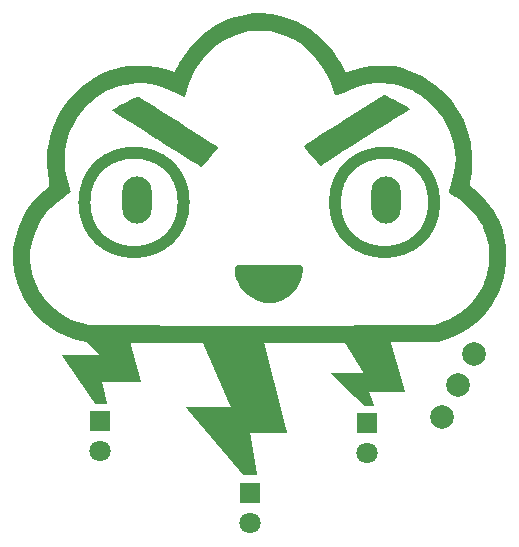
<source format=gbr>
%TF.GenerationSoftware,KiCad,Pcbnew,(6.0.4)*%
%TF.CreationDate,2024-01-19T14:59:17-08:00*%
%TF.ProjectId,StormCloud,53746f72-6d43-46c6-9f75-642e6b696361,rev?*%
%TF.SameCoordinates,Original*%
%TF.FileFunction,Copper,L1,Top*%
%TF.FilePolarity,Positive*%
%FSLAX46Y46*%
G04 Gerber Fmt 4.6, Leading zero omitted, Abs format (unit mm)*
G04 Created by KiCad (PCBNEW (6.0.4)) date 2024-01-19 14:59:17*
%MOMM*%
%LPD*%
G01*
G04 APERTURE LIST*
%TA.AperFunction,NonConductor*%
%ADD10C,1.016000*%
%TD*%
%TA.AperFunction,NonConductor*%
%ADD11C,0.100000*%
%TD*%
%TA.AperFunction,ComponentPad*%
%ADD12R,1.800000X1.800000*%
%TD*%
%TA.AperFunction,ComponentPad*%
%ADD13C,1.800000*%
%TD*%
%TA.AperFunction,ComponentPad*%
%ADD14O,2.500000X4.000000*%
%TD*%
%TA.AperFunction,ComponentPad*%
%ADD15C,2.000000*%
%TD*%
G04 APERTURE END LIST*
D10*
X129554955Y-93517000D02*
G75*
G03*
X129554955Y-93517000I-4204955J0D01*
G01*
D11*
G36*
X127001000Y-109519000D02*
G01*
X123953000Y-109519000D01*
X124334000Y-110662000D01*
X123629867Y-110662000D01*
X120778000Y-107995000D01*
X123572000Y-107995000D01*
X121794000Y-105074000D01*
X125731000Y-105074000D01*
X127001000Y-109519000D01*
G37*
X127001000Y-109519000D02*
X123953000Y-109519000D01*
X124334000Y-110662000D01*
X123629867Y-110662000D01*
X120778000Y-107995000D01*
X123572000Y-107995000D01*
X121794000Y-105074000D01*
X125731000Y-105074000D01*
X127001000Y-109519000D01*
D10*
X108345955Y-93517000D02*
G75*
G03*
X108345955Y-93517000I-4204955J0D01*
G01*
D11*
G36*
X117035032Y-112967780D02*
G01*
X113860032Y-112967780D01*
X114495032Y-116523780D01*
X113352032Y-116523780D01*
X108526032Y-110808780D01*
X112336032Y-110808780D01*
X109796032Y-104966780D01*
X115003032Y-104966780D01*
X117035032Y-112967780D01*
G37*
X117035032Y-112967780D02*
X113860032Y-112967780D01*
X114495032Y-116523780D01*
X113352032Y-116523780D01*
X108526032Y-110808780D01*
X112336032Y-110808780D01*
X109796032Y-104966780D01*
X115003032Y-104966780D01*
X117035032Y-112967780D01*
G36*
X103583714Y-104668414D02*
G01*
X104649000Y-108630000D01*
X101347000Y-108630000D01*
X101728000Y-110535000D01*
X100839000Y-110535000D01*
X98045000Y-106471000D01*
X101220000Y-106471000D01*
X99392714Y-104541414D01*
X103583714Y-104668414D01*
G37*
X103583714Y-104668414D02*
X104649000Y-108630000D01*
X101347000Y-108630000D01*
X101728000Y-110535000D01*
X100839000Y-110535000D01*
X98045000Y-106471000D01*
X101220000Y-106471000D01*
X99392714Y-104541414D01*
X103583714Y-104668414D01*
%TO.C,*%
G36*
X93896500Y-97836500D02*
G01*
X93918500Y-97402500D01*
X93961500Y-97047500D01*
X94021500Y-96711500D01*
X94370500Y-95520500D01*
X94932500Y-94380500D01*
X95169500Y-94011500D01*
X95797500Y-93205500D01*
X96476500Y-92524500D01*
X96666500Y-92366500D01*
X96857500Y-92201500D01*
X96930500Y-92123500D01*
X96969500Y-92003500D01*
X96966500Y-91787500D01*
X96920500Y-91418500D01*
X96879500Y-91161500D01*
X96822500Y-90793500D01*
X96793500Y-90504500D01*
X96781500Y-90178500D01*
X96779500Y-89856500D01*
X96778500Y-89151500D01*
X96923500Y-88449500D01*
X97025500Y-87986500D01*
X97124500Y-87626500D01*
X97258500Y-87236500D01*
X97297500Y-87129500D01*
X97888500Y-85863500D01*
X98669500Y-84740500D01*
X99630500Y-83773500D01*
X100393500Y-83202500D01*
X100784500Y-82955500D01*
X101143500Y-82761500D01*
X101535500Y-82580500D01*
X102096500Y-82342500D01*
X102556500Y-82184500D01*
X103025500Y-82070500D01*
X103183500Y-82038500D01*
X103426500Y-81996500D01*
X103643500Y-81971500D01*
X103913500Y-81959500D01*
X104316500Y-81954500D01*
X104986500Y-81954500D01*
X105312500Y-81963500D01*
X105562500Y-81984500D01*
X105819500Y-82020500D01*
X105823500Y-82021500D01*
X106159500Y-82080500D01*
X106455500Y-82149500D01*
X106815500Y-82256500D01*
X107089500Y-82343500D01*
X107367500Y-82431500D01*
X107523500Y-82475500D01*
X107531500Y-82476500D01*
X107602500Y-82383500D01*
X107701500Y-82201500D01*
X107843500Y-81941500D01*
X108053500Y-81579500D01*
X108189500Y-81353500D01*
X109019500Y-80213500D01*
X109999500Y-79254500D01*
X111115500Y-78486500D01*
X111901500Y-78098500D01*
X112317500Y-77931500D01*
X112679500Y-77813500D01*
X113083500Y-77709500D01*
X113524500Y-77609500D01*
X113877500Y-77552500D01*
X114240500Y-77517500D01*
X114597500Y-77493500D01*
X114879500Y-77492500D01*
X115217500Y-77514500D01*
X115385500Y-77528500D01*
X115807500Y-77572500D01*
X116142500Y-77629500D01*
X116543500Y-77726500D01*
X116579500Y-77735500D01*
X117854500Y-78189500D01*
X119033500Y-78851500D01*
X120086500Y-79702500D01*
X120988500Y-80720500D01*
X121410500Y-81346500D01*
X121629500Y-81720500D01*
X121812500Y-82057500D01*
X121875500Y-82183500D01*
X121984500Y-82398500D01*
X122040500Y-82476500D01*
X122163500Y-82442500D01*
X122417500Y-82359500D01*
X122430500Y-82355500D01*
X123345500Y-82108500D01*
X124124500Y-81979500D01*
X124482500Y-81949500D01*
X124866500Y-81939500D01*
X125324500Y-81945500D01*
X125857500Y-81965500D01*
X126257500Y-82005500D01*
X126631500Y-82085500D01*
X127085500Y-82222500D01*
X127231500Y-82269500D01*
X128504500Y-82807500D01*
X129638500Y-83540500D01*
X130525500Y-84343500D01*
X131030500Y-84929500D01*
X131502500Y-85574500D01*
X131814500Y-86082500D01*
X132037500Y-86535500D01*
X132278500Y-87091500D01*
X132449500Y-87531500D01*
X132689500Y-88482500D01*
X132787500Y-89612500D01*
X132784500Y-90214500D01*
X132761500Y-90611500D01*
X132722500Y-91020500D01*
X132677500Y-91361500D01*
X132635500Y-91554500D01*
X132630500Y-91565500D01*
X132602500Y-91684500D01*
X132585500Y-91787500D01*
X132570500Y-91992500D01*
X132591500Y-92058500D01*
X132703500Y-92176500D01*
X132920500Y-92362500D01*
X132929500Y-92369500D01*
X133608500Y-93006500D01*
X134269500Y-93786500D01*
X134595500Y-94245500D01*
X134894500Y-94762500D01*
X134921500Y-94812500D01*
X135271500Y-95575500D01*
X135501500Y-96348500D01*
X135624500Y-97192500D01*
X135650500Y-98170500D01*
X135632500Y-98691500D01*
X135460500Y-99942500D01*
X135065500Y-101112500D01*
X134445500Y-102212500D01*
X133654500Y-103187500D01*
X133060500Y-103754500D01*
X132403500Y-104238500D01*
X131629500Y-104673500D01*
X130686500Y-105092500D01*
X130405500Y-105202500D01*
X129959500Y-105375500D01*
X115768500Y-105381500D01*
X113937500Y-105382500D01*
X112169500Y-105383500D01*
X104810500Y-105383500D01*
X103741500Y-105382500D01*
X102842500Y-105382500D01*
X102128500Y-105381500D01*
X101615500Y-105380500D01*
X101317500Y-105379500D01*
X101248500Y-105378500D01*
X100667500Y-105354500D01*
X100144500Y-105321500D01*
X99751500Y-105285500D01*
X99613500Y-105265500D01*
X99373500Y-105201500D01*
X99010500Y-105085500D01*
X98791500Y-105009500D01*
X97576500Y-104454500D01*
X96506500Y-103712500D01*
X95596500Y-102798500D01*
X94859500Y-101723500D01*
X94479500Y-100945500D01*
X94321500Y-100551500D01*
X94212500Y-100217500D01*
X94108500Y-99803500D01*
X94094500Y-99745500D01*
X93968500Y-99140500D01*
X93904500Y-98640500D01*
X93894500Y-98285500D01*
X95327500Y-98285500D01*
X95341500Y-98561500D01*
X95385500Y-98894500D01*
X95398500Y-98973500D01*
X95610500Y-99871500D01*
X95975500Y-100727500D01*
X96117500Y-100987500D01*
X96343500Y-101373500D01*
X96529500Y-101647500D01*
X96746500Y-101907500D01*
X96973500Y-102153500D01*
X97833500Y-102897500D01*
X98835500Y-103451500D01*
X99768500Y-103767500D01*
X100318500Y-103909500D01*
X101218500Y-103929500D01*
X101456500Y-103931500D01*
X101917500Y-103934500D01*
X102586500Y-103936500D01*
X103445500Y-103937500D01*
X104479500Y-103939500D01*
X105672500Y-103940500D01*
X107005500Y-103941500D01*
X108465500Y-103942500D01*
X113431500Y-103942500D01*
X115228500Y-103941500D01*
X115828500Y-103941500D01*
X129539500Y-103933500D01*
X129899500Y-103810500D01*
X130247500Y-103678500D01*
X130654500Y-103508500D01*
X130739500Y-103471500D01*
X131761500Y-102882500D01*
X132653500Y-102102500D01*
X133282500Y-101315500D01*
X133470500Y-101022500D01*
X133604500Y-100771500D01*
X133741500Y-100449500D01*
X133802500Y-100295500D01*
X133953500Y-99887500D01*
X134049500Y-99565500D01*
X134130500Y-99192500D01*
X134131500Y-99187500D01*
X134194500Y-98840500D01*
X134224500Y-98571500D01*
X134233500Y-98248500D01*
X134234500Y-98076500D01*
X134230500Y-97701500D01*
X134211500Y-97435500D01*
X134164500Y-97148500D01*
X134127500Y-96960500D01*
X134039500Y-96563500D01*
X133937500Y-96238500D01*
X133811500Y-95915500D01*
X133654500Y-95556500D01*
X133510500Y-95267500D01*
X133471500Y-95200500D01*
X133160500Y-94773500D01*
X132732500Y-94265500D01*
X132252500Y-93752500D01*
X132239500Y-93739500D01*
X131893500Y-93399500D01*
X131653500Y-93193500D01*
X131463500Y-93075500D01*
X131331500Y-93023500D01*
X131128500Y-92922500D01*
X130911500Y-92775500D01*
X130793500Y-92658500D01*
X130815500Y-92528500D01*
X130884500Y-92295500D01*
X131172500Y-91312500D01*
X131333500Y-90483500D01*
X131374500Y-89764500D01*
X131354500Y-89451500D01*
X131307500Y-89127500D01*
X131230500Y-88711500D01*
X131200500Y-88566500D01*
X130844500Y-87402500D01*
X130301500Y-86370500D01*
X129555500Y-85443500D01*
X128767500Y-84734500D01*
X128388500Y-84452500D01*
X128018500Y-84226500D01*
X127822500Y-84120500D01*
X127441500Y-83929500D01*
X127109500Y-83797500D01*
X126779500Y-83691500D01*
X126407500Y-83584500D01*
X126108500Y-83521500D01*
X125738500Y-83473500D01*
X125654500Y-83463500D01*
X125265500Y-83425500D01*
X124980500Y-83414500D01*
X124666500Y-83427500D01*
X124559500Y-83434500D01*
X124039500Y-83486500D01*
X123559500Y-83581500D01*
X123054500Y-83738500D01*
X122456500Y-83978500D01*
X121909500Y-84222500D01*
X121587500Y-84364500D01*
X121362500Y-84452500D01*
X121311500Y-84466500D01*
X121214500Y-84421500D01*
X121105500Y-84238500D01*
X120984500Y-83946500D01*
X120700500Y-83240500D01*
X120460500Y-82702500D01*
X120235500Y-82271500D01*
X120086500Y-82022500D01*
X119324500Y-81022500D01*
X118422500Y-80211500D01*
X117773500Y-79790500D01*
X116724500Y-79309500D01*
X115628500Y-79043500D01*
X114913500Y-78979500D01*
X114560500Y-78971500D01*
X114280500Y-78987500D01*
X113922500Y-79037500D01*
X113908500Y-79039500D01*
X112744500Y-79337500D01*
X111670500Y-79857500D01*
X110923500Y-80392500D01*
X110544500Y-80718500D01*
X110251500Y-81011500D01*
X109937500Y-81380500D01*
X109899500Y-81426500D01*
X109313500Y-82309500D01*
X108814500Y-83401500D01*
X108600500Y-84016500D01*
X108504500Y-84319500D01*
X108440500Y-84514500D01*
X108432500Y-84534500D01*
X108404500Y-84607500D01*
X107871500Y-84341500D01*
X107131500Y-83987500D01*
X106529500Y-83740500D01*
X105999500Y-83578500D01*
X105478500Y-83476500D01*
X105420500Y-83468500D01*
X105041500Y-83423500D01*
X104717500Y-83410500D01*
X104338500Y-83426500D01*
X104008500Y-83453500D01*
X102852500Y-83666500D01*
X101793500Y-84097500D01*
X101008500Y-84600500D01*
X100649500Y-84876500D01*
X100404500Y-85082500D01*
X100192500Y-85293500D01*
X99935500Y-85583500D01*
X99857500Y-85674500D01*
X99557500Y-86033500D01*
X99340500Y-86333500D01*
X99122500Y-86686500D01*
X99120500Y-86689500D01*
X98652500Y-87644500D01*
X98368500Y-88629500D01*
X98349500Y-88731500D01*
X98294500Y-89057500D01*
X98267500Y-89314500D01*
X98260500Y-89623500D01*
X98262500Y-89871500D01*
X98268500Y-90258500D01*
X98286500Y-90525500D01*
X98329500Y-90792500D01*
X98383500Y-91056500D01*
X98489500Y-91520500D01*
X98609500Y-91982500D01*
X98638500Y-92083500D01*
X98723500Y-92394500D01*
X98767500Y-92595500D01*
X98768500Y-92621500D01*
X98660500Y-92755500D01*
X98563500Y-92831500D01*
X98060500Y-93202500D01*
X97708500Y-93467500D01*
X97461500Y-93662500D01*
X97278500Y-93820500D01*
X97114500Y-93979500D01*
X96980500Y-94118500D01*
X96242500Y-95049500D01*
X95713500Y-96081500D01*
X95460500Y-96913500D01*
X95387500Y-97283500D01*
X95351500Y-97617500D01*
X95336500Y-97918500D01*
X95327500Y-98285500D01*
X93894500Y-98285500D01*
X93889500Y-98122500D01*
X93896500Y-97836500D01*
G37*
G36*
X104551500Y-84610500D02*
G01*
X104833500Y-84782500D01*
X105260500Y-85046500D01*
X105802500Y-85385500D01*
X106432500Y-85779500D01*
X107120500Y-86211500D01*
X107838500Y-86662500D01*
X108556500Y-87116500D01*
X109247500Y-87552500D01*
X109881500Y-87954500D01*
X110429500Y-88303500D01*
X110863500Y-88581500D01*
X111154500Y-88770500D01*
X111273500Y-88852500D01*
X111274500Y-88853500D01*
X111207500Y-88951500D01*
X111022500Y-89177500D01*
X110763500Y-89483500D01*
X110472500Y-89819500D01*
X110194500Y-90135500D01*
X109970500Y-90381500D01*
X109845500Y-90507500D01*
X109833500Y-90515500D01*
X109727500Y-90453500D01*
X109441500Y-90277500D01*
X108997500Y-90001500D01*
X108418500Y-89639500D01*
X107726500Y-89205500D01*
X106943500Y-88714500D01*
X106093500Y-88179500D01*
X106026500Y-88137500D01*
X104896500Y-87424500D01*
X103969500Y-86836500D01*
X103243500Y-86372500D01*
X102718500Y-86033500D01*
X102392500Y-85815500D01*
X102264500Y-85720500D01*
X102262500Y-85716500D01*
X102362500Y-85647500D01*
X102622500Y-85498500D01*
X102985500Y-85297500D01*
X103397500Y-85075500D01*
X103803500Y-84860500D01*
X104149500Y-84682500D01*
X104380500Y-84571500D01*
X104442500Y-84548500D01*
X104551500Y-84610500D01*
G37*
G36*
X125606500Y-84541500D02*
G01*
X125844500Y-84668500D01*
X126218500Y-84865500D01*
X126651500Y-85094500D01*
X126697500Y-85118500D01*
X127167500Y-85372500D01*
X127432500Y-85528500D01*
X127507500Y-85594500D01*
X127408500Y-85663500D01*
X127134500Y-85843500D01*
X126711500Y-86115500D01*
X126166500Y-86464500D01*
X125527500Y-86872500D01*
X124820500Y-87321500D01*
X124074500Y-87795500D01*
X123315500Y-88276500D01*
X122570500Y-88747500D01*
X121867500Y-89190500D01*
X121233500Y-89589500D01*
X120695500Y-89926500D01*
X120280500Y-90185500D01*
X120015500Y-90347500D01*
X119928500Y-90396500D01*
X119846500Y-90312500D01*
X119643500Y-90088500D01*
X119356500Y-89763500D01*
X119203500Y-89587500D01*
X118891500Y-89225500D01*
X118650500Y-88938500D01*
X118515500Y-88768500D01*
X118499500Y-88741500D01*
X118596500Y-88671500D01*
X118874500Y-88489500D01*
X119308500Y-88208500D01*
X119874500Y-87845500D01*
X120550500Y-87415500D01*
X121312500Y-86932500D01*
X121916500Y-86551500D01*
X125334500Y-84396500D01*
X125606500Y-84541500D01*
G37*
G36*
X118462500Y-99010500D02*
G01*
X118445500Y-99316500D01*
X118288500Y-100096500D01*
X117929500Y-100786500D01*
X117399500Y-101355500D01*
X116729500Y-101768500D01*
X115951500Y-101995500D01*
X115874500Y-102005500D01*
X115607500Y-102030500D01*
X115372500Y-102020500D01*
X115240500Y-102005500D01*
X114463500Y-101800500D01*
X113780500Y-101394500D01*
X113229500Y-100823500D01*
X112852500Y-100118500D01*
X112802500Y-99967500D01*
X112728500Y-99646500D01*
X112681500Y-99308500D01*
X112677500Y-99073500D01*
X112679500Y-99062500D01*
X112771500Y-98907500D01*
X112852500Y-98826500D01*
X118278500Y-98826500D01*
X118462500Y-99010500D01*
G37*
%TD*%
D12*
%TO.P,D1,1,K*%
%TO.N,GND*%
X101219991Y-112054005D03*
D13*
%TO.P,D1,2,A*%
%TO.N,/LED+*%
X101219991Y-114594005D03*
%TD*%
D12*
%TO.P,D2,1,K*%
%TO.N,GND*%
X113920000Y-118150000D03*
D13*
%TO.P,D2,2,A*%
%TO.N,/LED+*%
X113920000Y-120690000D03*
%TD*%
D12*
%TO.P,D3,1,K*%
%TO.N,GND*%
X123826000Y-112181000D03*
D13*
%TO.P,D3,2,A*%
%TO.N,/LED+*%
X123826000Y-114721000D03*
%TD*%
D14*
%TO.P,BT1,1,+*%
%TO.N,VCC*%
X125476000Y-93345000D03*
X104394000Y-93345000D03*
%TD*%
D15*
%TO.P,SW1,1,A*%
%TO.N,unconnected-(SW1-Pad1)*%
X132905459Y-106336620D03*
%TO.P,SW1,2,B*%
%TO.N,VCC*%
X131543487Y-109009639D03*
%TO.P,SW1,3,C*%
%TO.N,/LED+*%
X130181516Y-111682659D03*
%TD*%
M02*

</source>
